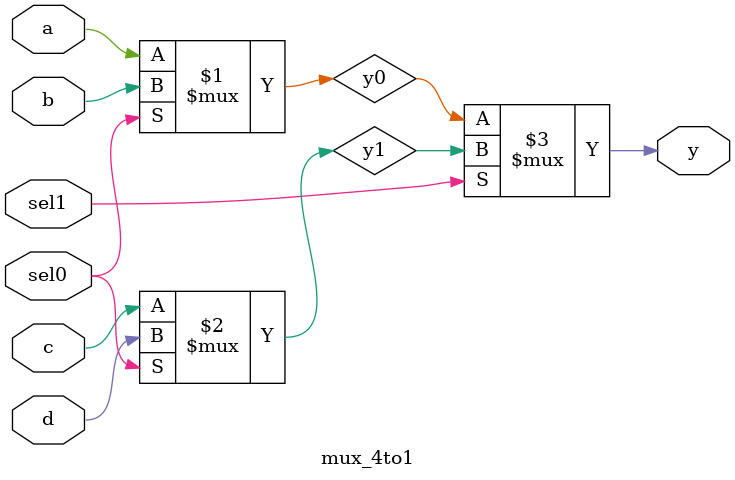
<source format=v>
`timescale 1ns / 1ps

// Creating 4:1 mux using multiple 2:1 muxes

module mux_4to1(
    input a,
    input b,
    input c,
    input d,
    input sel0,
    input sel1,
    output y
    );
    
    wire y0, y2; // intermediate wires to connect outputs of first 2 2:1 muxes
    
    assign y0 = (sel0) ? b : a;
    
    assign y1 = (sel0) ? d : c;
    
    assign y = (sel1) ? y1 : y0;
    
endmodule

</source>
